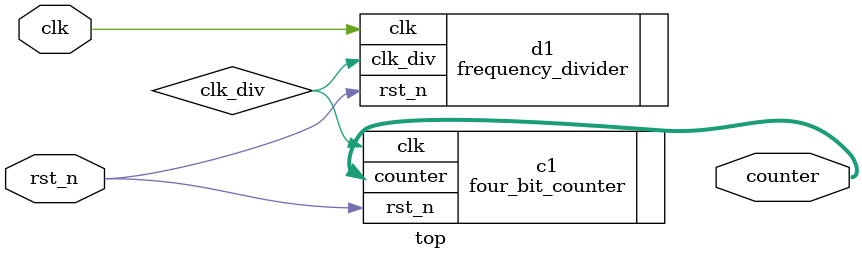
<source format=v>
module top (
    input clk,
    input rst_n,
    output [3:0] counter
);

wire clk_div;

frequency_divider d1(
    .clk(clk),
    .rst_n(rst_n),
    .clk_div(clk_div)
);

four_bit_counter c1(
    .clk(clk_div),
    .rst_n(rst_n),
    .counter(counter)
);

    
endmodule
</source>
